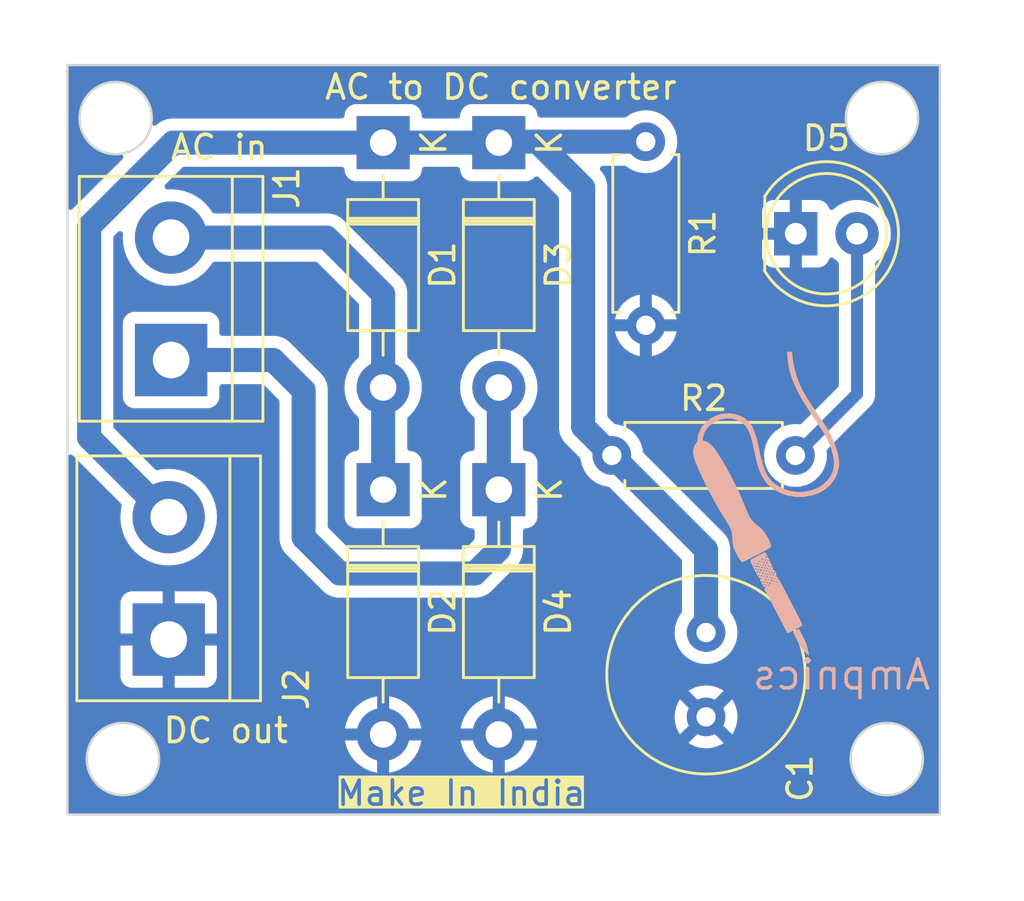
<source format=kicad_pcb>
(kicad_pcb (version 20240108) (generator "pcbnew") (generator_version "8.0")
  (layers (0 "F.Cu" signal) (31 "B.Cu" signal) (34 "B.Paste" user) (35 "F.Paste" user) (36 "B.SilkS" user "B.Silkscreen") (37 "F.SilkS" user "F.Silkscreen") (38 "B.Mask" user) (39 "F.Mask" user) (44 "Edge.Cuts" user))
  (net 0 "")
  (net 1 "/+VE")
  (net 2 "GND")
  (net 3 "Net-(D1-A)")
  (net 4 "Net-(D3-A)")
  (net 5 "Net-(D5-A)")
  (footprint "TerminalBlock:TerminalBlock_bornier-2_P5.08mm" (layer "F.Cu") (at 132.4 87.64 90)
    (property "Reference" "J1" (at 7.14 4.8 90) (layer "F.SilkS"))
    (property "Value" "Screw_Terminal_01x02")
    (fp_line (start 7.62 -3.81) (end -2.54 -3.81) (stroke (width 0.12)) (layer "F.SilkS"))
    (fp_line (start -2.54 -3.81) (end -2.54 3.81) (stroke (width 0.12)) (layer "F.SilkS"))
    (fp_line (start 7.62 2.54) (end -2.54 2.54) (stroke (width 0.12)) (layer "F.SilkS"))
    (fp_line (start 7.62 3.81) (end 7.62 -3.81) (stroke (width 0.12)) (layer "F.SilkS"))
    (fp_line (start -2.54 3.81) (end 7.62 3.81) (stroke (width 0.12)) (layer "F.SilkS"))
    (pad "1" thru_hole rect (at 0 0 90) (size 3 3) (drill 1.52) (layers "*.Cu" "*.Mask") (net 4 "Net-(D3-A)"))
    (pad "2" thru_hole circle (at 5.08 0 90) (size 3 3) (drill 1.52) (layers "*.Cu" "*.Mask") (net 3 "Net-(D1-A)"))
  )
  (footprint "Resistor_THT:R_Axial_DIN0207_L6.3mm_D2.5mm_P7.62mm_Horizontal" (layer "F.Cu") (at 152.1 78.58 -90)
    (property "Reference" "R1" (at 3.81 -2.37 90) (layer "F.SilkS"))
    (property "Value" "10K")
    (fp_line (start 0.54 1.37) (end 7.08 1.37) (stroke (width 0.12)) (layer "F.SilkS"))
    (fp_line (start 7.08 1.37) (end 7.08 1.04) (stroke (width 0.12)) (layer "F.SilkS"))
    (fp_line (start 0.54 1.04) (end 0.54 1.37) (stroke (width 0.12)) (layer "F.SilkS"))
    (fp_line (start 0.54 -1.04) (end 0.54 -1.37) (stroke (width 0.12)) (layer "F.SilkS"))
    (fp_line (start 0.54 -1.37) (end 7.08 -1.37) (stroke (width 0.12)) (layer "F.SilkS"))
    (fp_line (start 7.08 -1.37) (end 7.08 -1.04) (stroke (width 0.12)) (layer "F.SilkS"))
    (pad "1" thru_hole circle (at 0 0 270) (size 1.6 1.6) (drill 0.8) (layers "*.Cu" "*.Mask") (net 1 "/+VE"))
    (pad "2" thru_hole oval (at 7.62 0 270) (size 1.6 1.6) (drill 0.8) (layers "*.Cu" "*.Mask") (net 2 "GND"))
  )
  (footprint "Resistor_THT:R_Axial_DIN0207_L6.3mm_D2.5mm_P7.62mm_Horizontal" (layer "F.Cu") (at 150.69 91.6)
    (property "Reference" "R2" (at 3.81 -2.37 0) (layer "F.SilkS"))
    (property "Value" "2.2K")
    (fp_line (start 0.54 -1.37) (end 7.08 -1.37) (stroke (width 0.12)) (layer "F.SilkS"))
    (fp_line (start 0.54 -1.04) (end 0.54 -1.37) (stroke (width 0.12)) (layer "F.SilkS"))
    (fp_line (start 0.54 1.04) (end 0.54 1.37) (stroke (width 0.12)) (layer "F.SilkS"))
    (fp_line (start 0.54 1.37) (end 7.08 1.37) (stroke (width 0.12)) (layer "F.SilkS"))
    (fp_line (start 7.08 -1.37) (end 7.08 -1.04) (stroke (width 0.12)) (layer "F.SilkS"))
    (fp_line (start 7.08 1.37) (end 7.08 1.04) (stroke (width 0.12)) (layer "F.SilkS"))
    (pad "1" thru_hole circle (at 0 0) (size 1.6 1.6) (drill 0.8) (layers "*.Cu" "*.Mask") (net 1 "/+VE"))
    (pad "2" thru_hole oval (at 7.62 0) (size 1.6 1.6) (drill 0.8) (layers "*.Cu" "*.Mask") (net 5 "Net-(D5-A)"))
  )
  (footprint "LED_THT:LED_D5.0mm" (layer "F.Cu") (at 158.325 82.4)
    (property "Reference" "D5" (at 1.27 -3.96 0) (layer "F.SilkS"))
    (property "Value" "LED")
    (fp_line (start -1.29 -1.545) (end -1.29 1.545) (stroke (width 0.12)) (layer "F.SilkS"))
    (fp_arc (start -1.29 -1.54483) (mid 2.072002 -2.880433) (end 4.26 0.000462) (stroke (width 0.12)) (layer "F.SilkS"))
    (fp_arc (start 4.26 -0.000462) (mid 2.072002 2.880433) (end -1.29 1.54483) (stroke (width 0.12)) (layer "F.SilkS"))
    (fp_circle (center 1.27 0) (end 3.77 0) (stroke (width 0.12)) (fill none) (layer "F.SilkS"))
    (pad "1" thru_hole rect (at 0 0) (size 1.8 1.8) (drill 0.9) (layers "*.Cu" "*.Mask") (net 2 "GND"))
    (pad "2" thru_hole circle (at 2.54 0) (size 1.8 1.8) (drill 0.9) (layers "*.Cu" "*.Mask") (net 5 "Net-(D5-A)"))
  )
  (footprint "Diode_THT:D_DO-41_SOD81_P10.16mm_Horizontal" (layer "F.Cu") (at 146 93.02 -90)
    (property "Reference" "D4" (at 5.08 -2.47 90) (layer "F.SilkS"))
    (property "Value" "1N4007")
    (fp_line (start 2.36 1.47) (end 7.8 1.47) (stroke (width 0.12)) (layer "F.SilkS"))
    (fp_line (start 7.8 1.47) (end 7.8 -1.47) (stroke (width 0.12)) (layer "F.SilkS"))
    (fp_line (start 1.34 0) (end 2.36 0) (stroke (width 0.12)) (layer "F.SilkS"))
    (fp_line (start 8.82 0) (end 7.8 0) (stroke (width 0.12)) (layer "F.SilkS"))
    (fp_line (start 2.36 -1.47) (end 2.36 1.47) (stroke (width 0.12)) (layer "F.SilkS"))
    (fp_line (start 3.14 -1.47) (end 3.14 1.47) (stroke (width 0.12)) (layer "F.SilkS"))
    (fp_line (start 3.26 -1.47) (end 3.26 1.47) (stroke (width 0.12)) (layer "F.SilkS"))
    (fp_line (start 3.38 -1.47) (end 3.38 1.47) (stroke (width 0.12)) (layer "F.SilkS"))
    (fp_line (start 7.8 -1.47) (end 2.36 -1.47) (stroke (width 0.12)) (layer "F.SilkS"))
    (fp_text user "K" (at 0 -2.1 90) (layer "F.SilkS"))
    (pad "1" thru_hole rect (at 0 0 270) (size 2.2 2.2) (drill 1.1) (layers "*.Cu" "*.Mask") (net 4 "Net-(D3-A)"))
    (pad "2" thru_hole oval (at 10.16 0 270) (size 2.2 2.2) (drill 1.1) (layers "*.Cu" "*.Mask") (net 2 "GND"))
  )
  (footprint "Diode_THT:D_DO-41_SOD81_P10.16mm_Horizontal" (layer "F.Cu") (at 146 78.62 -90)
    (property "Reference" "D3" (at 5.08 -2.47 90) (layer "F.SilkS"))
    (property "Value" "1N4007")
    (fp_line (start 2.36 1.47) (end 7.8 1.47) (stroke (width 0.12)) (layer "F.SilkS"))
    (fp_line (start 7.8 1.47) (end 7.8 -1.47) (stroke (width 0.12)) (layer "F.SilkS"))
    (fp_line (start 1.34 0) (end 2.36 0) (stroke (width 0.12)) (layer "F.SilkS"))
    (fp_line (start 8.82 0) (end 7.8 0) (stroke (width 0.12)) (layer "F.SilkS"))
    (fp_line (start 2.36 -1.47) (end 2.36 1.47) (stroke (width 0.12)) (layer "F.SilkS"))
    (fp_line (start 3.14 -1.47) (end 3.14 1.47) (stroke (width 0.12)) (layer "F.SilkS"))
    (fp_line (start 3.26 -1.47) (end 3.26 1.47) (stroke (width 0.12)) (layer "F.SilkS"))
    (fp_line (start 3.38 -1.47) (end 3.38 1.47) (stroke (width 0.12)) (layer "F.SilkS"))
    (fp_line (start 7.8 -1.47) (end 2.36 -1.47) (stroke (width 0.12)) (layer "F.SilkS"))
    (fp_text user "K" (at 0 -2.1 90) (layer "F.SilkS"))
    (pad "1" thru_hole rect (at 0 0 270) (size 2.2 2.2) (drill 1.1) (layers "*.Cu" "*.Mask") (net 1 "/+VE"))
    (pad "2" thru_hole oval (at 10.16 0 270) (size 2.2 2.2) (drill 1.1) (layers "*.Cu" "*.Mask") (net 4 "Net-(D3-A)"))
  )
  (footprint "Capacitor_THT:C_Radial_D8.0mm_H11.5mm_P3.50mm" (layer "F.Cu") (at 154.6 98.95 -90)
    (property "Reference" "C1" (at 6.05 -3.9 90) (layer "F.SilkS"))
    (property "Value" "1000uF")
    (fp_circle (center 1.75 0) (end 5.87 0) (stroke (width 0.12)) (fill none) (layer "F.SilkS"))
    (pad "1" thru_hole circle (at 0 0 270) (size 1.6 1.6) (drill 0.8) (layers "*.Cu" "*.Mask") (net 1 "/+VE"))
    (pad "2" thru_hole circle (at 3.5 0 270) (size 1.6 1.6) (drill 0.8) (layers "*.Cu" "*.Mask") (net 2 "GND"))
  )
  (footprint "TerminalBlock:TerminalBlock_bornier-2_P5.08mm" (layer "F.Cu") (at 132.3 99.24 90)
    (property "Reference" "J2" (at -2.06 5.3 90) (layer "F.SilkS"))
    (property "Value" "Screw_Terminal_01x02")
    (fp_line (start 7.62 -3.81) (end -2.54 -3.81) (stroke (width 0.12)) (layer "F.SilkS"))
    (fp_line (start -2.54 -3.81) (end -2.54 3.81) (stroke (width 0.12)) (layer "F.SilkS"))
    (fp_line (start 7.62 2.54) (end -2.54 2.54) (stroke (width 0.12)) (layer "F.SilkS"))
    (fp_line (start 7.62 3.81) (end 7.62 -3.81) (stroke (width 0.12)) (layer "F.SilkS"))
    (fp_line (start -2.54 3.81) (end 7.62 3.81) (stroke (width 0.12)) (layer "F.SilkS"))
    (pad "1" thru_hole rect (at 0 0 90) (size 3 3) (drill 1.52) (layers "*.Cu" "*.Mask") (net 2 "GND"))
    (pad "2" thru_hole circle (at 5.08 0 90) (size 3 3) (drill 1.52) (layers "*.Cu" "*.Mask") (net 1 "/+VE"))
  )
  (footprint "Diode_THT:D_DO-41_SOD81_P10.16mm_Horizontal" (layer "F.Cu") (at 141.2 93.02 -90)
    (property "Reference" "D2" (at 5.08 -2.47 90) (layer "F.SilkS"))
    (property "Value" "1N4007")
    (fp_line (start 2.36 1.47) (end 7.8 1.47) (stroke (width 0.12)) (layer "F.SilkS"))
    (fp_line (start 7.8 1.47) (end 7.8 -1.47) (stroke (width 0.12)) (layer "F.SilkS"))
    (fp_line (start 1.34 0) (end 2.36 0) (stroke (width 0.12)) (layer "F.SilkS"))
    (fp_line (start 8.82 0) (end 7.8 0) (stroke (width 0.12)) (layer "F.SilkS"))
    (fp_line (start 2.36 -1.47) (end 2.36 1.47) (stroke (width 0.12)) (layer "F.SilkS"))
    (fp_line (start 3.14 -1.47) (end 3.14 1.47) (stroke (width 0.12)) (layer "F.SilkS"))
    (fp_line (start 3.26 -1.47) (end 3.26 1.47) (stroke (width 0.12)) (layer "F.SilkS"))
    (fp_line (start 3.38 -1.47) (end 3.38 1.47) (stroke (width 0.12)) (layer "F.SilkS"))
    (fp_line (start 7.8 -1.47) (end 2.36 -1.47) (stroke (width 0.12)) (layer "F.SilkS"))
    (fp_text user "K" (at 0 -2.1 90) (layer "F.SilkS"))
    (pad "1" thru_hole rect (at 0 0 270) (size 2.2 2.2) (drill 1.1) (layers "*.Cu" "*.Mask") (net 3 "Net-(D1-A)"))
    (pad "2" thru_hole oval (at 10.16 0 270) (size 2.2 2.2) (drill 1.1) (layers "*.Cu" "*.Mask") (net 2 "GND"))
  )
  (footprint "Diode_THT:D_DO-41_SOD81_P10.16mm_Horizontal" (layer "F.Cu") (at 141.2 78.62 -90)
    (property "Reference" "D1" (at 5.08 -2.47 90) (layer "F.SilkS"))
    (property "Value" "1N4007")
    (fp_line (start 2.36 1.47) (end 7.8 1.47) (stroke (width 0.12)) (layer "F.SilkS"))
    (fp_line (start 7.8 1.47) (end 7.8 -1.47) (stroke (width 0.12)) (layer "F.SilkS"))
    (fp_line (start 1.34 0) (end 2.36 0) (stroke (width 0.12)) (layer "F.SilkS"))
    (fp_line (start 8.82 0) (end 7.8 0) (stroke (width 0.12)) (layer "F.SilkS"))
    (fp_line (start 2.36 -1.47) (end 2.36 1.47) (stroke (width 0.12)) (layer "F.SilkS"))
    (fp_line (start 3.14 -1.47) (end 3.14 1.47) (stroke (width 0.12)) (layer "F.SilkS"))
    (fp_line (start 3.26 -1.47) (end 3.26 1.47) (stroke (width 0.12)) (layer "F.SilkS"))
    (fp_line (start 3.38 -1.47) (end 3.38 1.47) (stroke (width 0.12)) (layer "F.SilkS"))
    (fp_line (start 7.8 -1.47) (end 2.36 -1.47) (stroke (width 0.12)) (layer "F.SilkS"))
    (fp_text user "K" (at 0 -2.1 90) (layer "F.SilkS"))
    (pad "1" thru_hole rect (at 0 0 270) (size 2.2 2.2) (drill 1.1) (layers "*.Cu" "*.Mask") (net 1 "/+VE"))
    (pad "2" thru_hole oval (at 10.16 0 270) (size 2.2 2.2) (drill 1.1) (layers "*.Cu" "*.Mask") (net 3 "Net-(D1-A)"))
  )
  (footprint "ampnicslogo.preety:ampnics_15x15mm" (layer "B.Cu") (at 157.1 93.6 180)
    (property "Reference" "G***" (hide yes))
    (property "Value" "LOGO" (hide yes))
    (fp_poly (pts (xy -1.335164 -5.205108) (xy -1.277189 -5.231063) (xy -1.207475 -5.266969) (xy -1.145942 -5.302428) (xy -1.112508 -5.327043) (xy -1.110875 -5.330306) (xy -1.123628 -5.361357) (xy -1.158363 -5.434943) (xy -1.209793 -5.540101) (xy -1.272632 -5.665867) (xy -1.273437 -5.667462) (xy -1.37322 -5.8526) (xy -1.466623 -5.996087) (xy -1.564435 -6.113811) (xy -1.603697 -6.15382) (xy -1.681965 -6.228218) (xy -1.740728 -6.279898) (xy -1.7699 -6.300124) (xy -1.771395 -6.299074) (xy -1.766115 -6.262545) (xy -1.75213 -6.182804) (xy -1.732219 -6.075576) (xy -1.727477 -6.050683) (xy -1.676285 -5.859428) (xy -1.590289 -5.6479) (xy -1.524817 -5.515122) (xy -1.461699 -5.393382) (xy -1.40964 -5.292858) (xy -1.374318 -5.224523) (xy -1.36148 -5.199501)) (fill solid) (layer "B.SilkS"))
    (fp_poly (pts (xy -0.879763 6.042258) (xy -0.911889 5.764561) (xy -0.971832 5.483744) (xy -1.061938 5.194682) (xy -1.184556 4.892252) (xy -1.342033 4.57133) (xy -1.536716 4.226792) (xy -1.770954 3.853512) (xy -2.047093 3.446368) (xy -2.109939 3.357054) (xy -2.354805 2.983969) (xy -2.546893 2.631681) (xy -2.685945 2.301053) (xy -2.771702 1.992948) (xy -2.803907 1.708228) (xy -2.782301 1.447755) (xy -2.733391 1.276005) (xy -2.648751 1.116834) (xy -2.521407 0.955825) (xy -2.36621 0.808256) (xy -2.198013 0.689407) (xy -2.126154 0.651297) (xy -1.848268 0.548383) (xy -1.562415 0.49496) (xy -1.276054 0.488807) (xy -0.996644 0.527701) (xy -0.731645 0.609421) (xy -0.488516 0.731746) (xy -0.274716 0.892455) (xy -0.097704 1.089325) (xy 0.021851 1.291017) (xy 0.082519 1.442763) (xy 0.146436 1.643609) (xy 0.210687 1.882925) (xy 0.272357 2.150081) (xy 0.314124 2.356856) (xy 0.367368 2.596314) (xy 0.432976 2.827048) (xy 0.505798 3.033204) (xy 0.580685 3.198928) (xy 0.597486 3.229358) (xy 0.736542 3.412773) (xy 0.914637 3.558235) (xy 1.122955 3.664063) (xy 1.352681 3.728579) (xy 1.594999 3.750101) (xy 1.841094 3.726949) (xy 2.082151 3.657442) (xy 2.290399 3.552054) (xy 2.473795 3.412341) (xy 2.629017 3.245783) (xy 2.748726 3.063523) (xy 2.82558 2.876705) (xy 2.852246 2.699145) (xy 2.864015 2.586787) (xy 2.897699 2.521667) (xy 2.89892 2.520626) (xy 2.978834 2.418895) (xy 3.028545 2.280878) (xy 3.043398 2.124625) (xy 3.030073 2.011775) (xy 2.990955 1.87488) (xy 2.924959 1.694528) (xy 2.836018 1.478802) (xy 2.728062 1.235785) (xy 2.605024 0.973561) (xy 2.470836 0.700214) (xy 2.32943 0.423827) (xy 2.184736 0.152483) (xy 2.040687 -0.105734) (xy 1.901215 -0.34274) (xy 1.825194 -0.465366) (xy 1.703804 -0.657127) (xy 1.610376 -0.80746) (xy 1.540976 -0.925815) (xy 1.49167 -1.021638) (xy 1.458523 -1.104376) (xy 1.437599 -1.183479) (xy 1.424966 -1.268392) (xy 1.416686 -1.368565) (xy 1.410925 -1.460069) (xy 1.400209 -1.611457) (xy 1.386886 -1.722324) (xy 1.366002 -1.81215) (xy 1.332599 -1.900414) (xy 1.281721 -2.006597) (xy 1.261967 -2.04553) (xy 1.178502 -2.1995) (xy 1.103308 -2.319693) (xy 1.041198 -2.399203) (xy 0.996986 -2.43112) (xy 0.993052 -2.431422) (xy 0.961683 -2.418311) (xy 0.886485 -2.382466) (xy 0.777045 -2.328582) (xy 0.64295 -2.261356) (xy 0.561201 -2.219905) (xy 0.342411 -2.108152) (xy 0.171275 -2.019656) (xy 0.04167 -1.950953) (xy -0.052525 -1.898582) (xy -0.117432 -1.859078) (xy -0.159173 -1.828981) (xy -0.183869 -1.804827) (xy -0.191624 -1.794077) (xy -0.197828 -1.734458) (xy -0.172445 -1.639661) (xy -0.12188 -1.521012) (xy -0.052535 -1.389835) (xy 0.029186 -1.257456) (xy 0.116879 -1.1352) (xy 0.204141 -1.034391) (xy 0.271298 -0.975377) (xy 0.393104 -0.883665) (xy 0.493738 -0.795568) (xy 0.579339 -0.701789) (xy 0.656048 -0.593028) (xy 0.730007 -0.459988) (xy 0.807356 -0.29337) (xy 0.894236 -0.083876) (xy 0.945197 0.045036) (xy 1.012705 0.206727) (xy 1.102001 0.404664) (xy 1.207071 0.62687) (xy 1.321903 0.861369) (xy 1.440483 1.096184) (xy 1.556797 1.319338) (xy 1.664832 1.518854) (xy 1.758574 1.682756) (xy 1.806934 1.761322) (xy 1.883752 1.882788) (xy 1.960645 2.007449) (xy 2.021512 2.109185) (xy 2.023673 2.112902) (xy 2.131339 2.272749) (xy 2.253148 2.411046) (xy 2.379325 2.519324) (xy 2.500098 2.589115) (xy 2.599686 2.612057) (xy 2.630309 2.621708) (xy 2.638731 2.660665) (xy 2.630047 2.735303) (xy 2.568369 2.93739) (xy 2.454836 3.122581) (xy 2.296934 3.283152) (xy 2.102151 3.41138) (xy 1.893546 3.495105) (xy 1.653806 3.537816) (xy 1.421555 3.527043) (xy 1.204925 3.465641) (xy 1.012048 3.356468) (xy 0.851056 3.202381) (xy 0.782149 3.10465) (xy 0.709805 2.956488) (xy 0.637965 2.751125) (xy 0.567476 2.491409) (xy 0.499183 2.180184) (xy 0.483668 2.100525) (xy 0.407838 1.754158) (xy 0.321254 1.460523) (xy 0.220889 1.212806) (xy 0.103719 1.004191) (xy -0.03328 0.827863) (xy -0.119872 0.740605) (xy -0.361459 0.556645) (xy -0.635681 0.417105) (xy -0.933297 0.323368) (xy -1.245065 0.276818) (xy -1.561743 0.27884) (xy -1.87409 0.330818) (xy -2.171108 0.433352) (xy -2.432598 0.579882) (xy -2.650462 0.76451) (xy -2.821747 0.983166) (xy -2.943499 1.231784) (xy -3.012767 1.506296) (xy -3.024126 1.608553) (xy -3.01867 1.819267) (xy -2.975889 2.063144) (xy -2.89961 2.329614) (xy -2.793656 2.608108) (xy -2.661853 2.888056) (xy -2.508025 3.158889) (xy -2.408238 3.31048) (xy -2.19421 3.619592) (xy -2.012341 3.886939) (xy -1.858829 4.118847) (xy -1.729871 4.321638) (xy -1.621664 4.501635) (xy -1.530405 4.665164) (xy -1.452294 4.818548) (xy -1.383526 4.96811) (xy -1.320754 5.119031) (xy -1.270388 5.263082) (xy -1.219417 5.438611) (xy -1.171516 5.629387) (xy -1.130362 5.819179) (xy -1.09963 5.991754) (xy -1.082995 6.13088) (xy -1.081089 6.177364) (xy -1.078362 6.257351) (xy -1.060936 6.294107) (xy -1.014346 6.304446) (xy -0.971325 6.304965) (xy -0.861798 6.304965)) (fill solid) (layer "B.SilkS"))
    (fp_poly (pts (xy 0.077311 -2.024187) (xy 0.154418 -2.058786) (xy 0.271236 -2.117809) (xy 0.421726 -2.198271) (xy 0.500843 -2.241798) (xy 0.570999 -2.279149) (xy 0.621069 -2.308435) (xy 0.650313 -2.338511) (xy 0.65799 -2.378234) (xy 0.643359 -2.436458) (xy 0.605682 -2.522041) (xy 0.544218 -2.643838) (xy 0.458226 -2.810705) (xy 0.452333 -2.822222) (xy 0.389084 -2.940987) (xy 0.335247 -3.032852) (xy 0.296431 -3.088876) (xy 0.27825 -3.100121) (xy 0.278109 -3.099753) (xy 0.248682 -3.076532) (xy 0.234419 -3.080989) (xy 0.225597 -3.108618) (xy 0.244144 -3.124903) (xy 0.261143 -3.1499) (xy 0.252385 -3.197175) (xy 0.214798 -3.278654) (xy 0.194808 -3.31645) (xy 0.139228 -3.407128) (xy 0.092459 -3.460049) (xy 0.067553 -3.468819) (xy 0.03364 -3.471201) (xy 0.030023 -3.481182) (xy 0.053725 -3.513859) (xy 0.067553 -3.520393) (xy 0.089427 -3.542677) (xy 0.07121 -3.575436) (xy 0.048091 -3.613626) (xy 0.002146 -3.697039) (xy -0.062211 -3.817385) (xy -0.140567 -3.966374) (xy -0.228508 -4.135715) (xy -0.271046 -4.218321) (xy -0.416228 -4.500655) (xy -0.53663 -4.733876) (xy -0.634643 -4.922422) (xy -0.712656 -5.070728) (xy -0.773059 -5.183233) (xy -0.818242 -5.264371) (xy -0.850595 -5.318582) (xy -0.872507 -5.3503) (xy -0.886368 -5.363963) (xy -0.888699 -5.365028) (xy -0.931296 -5.358067) (xy -0.998831 -5.329294) (xy -1.005792 -5.325637) (xy -1.077918 -5.287778) (xy -1.181617 -5.234226) (xy -1.294858 -5.176356) (xy -1.298523 -5.174494) (xy -1.395589 -5.121316) (xy -1.467299 -5.074647) (xy -1.500361 -5.043307) (xy -1.501182 -5.040052) (xy -1.487931 -5.004702) (xy -1.451028 -4.924948) (xy -1.394748 -4.809546) (xy -1.323367 -4.667247) (xy -1.24116 -4.506809) (xy -1.234186 -4.493342) (xy -1.126739 -4.285776) (xy -1.006011 -4.05218) (xy -0.883559 -3.814937) (xy -0.770939 -3.596429) (xy -0.717936 -3.493434) (xy -0.664812 -3.392671) (xy -0.135107 -3.392671) (xy -0.132726 -3.420337) (xy -0.121867 -3.422695) (xy -0.091293 -3.4009) (xy -0.090071 -3.392671) (xy -0.094145 -3.381041) (xy -0.019703 -3.381041) (xy -0.015012 -3.392671) (xy 0.011967 -3.421313) (xy 0.016783 -3.422695) (xy 0.029679 -3.399466) (xy 0.030023 -3.392671) (xy 0.006943 -3.363801) (xy -0.001772 -3.362647) (xy 0.090071 -3.362647) (xy 0.100314 -3.39189) (xy 0.103311 -3.392671) (xy 0.128944 -3.371632) (xy 0.135106 -3.362647) (xy 0.132726 -3.334981) (xy 0.121866 -3.332624) (xy 0.091292 -3.354418) (xy 0.090071 -3.362647) (xy -0.001772 -3.362647) (xy -0.019703 -3.381041) (xy -0.094145 -3.381041) (xy -0.100315 -3.363428) (xy -0.103311 -3.362647) (xy -0.128944 -3.383686) (xy -0.135107 -3.392671) (xy -0.664812 -3.392671) (xy -0.622601 -3.312608) (xy -0.290229 -3.312608) (xy -0.286108 -3.330457) (xy -0.270213 -3.332624) (xy -0.2455 -3.321639) (xy -0.250197 -3.312608) (xy -0.285828 -3.309015) (xy -0.290229 -3.312608) (xy -0.622601 -3.312608) (xy -0.617324 -3.3026) (xy -0.180142 -3.3026) (xy -0.157295 -3.331751) (xy -0.150119 -3.332624) (xy -0.120967 -3.309777) (xy -0.120095 -3.3026) (xy -0.142942 -3.273449) (xy -0.150119 -3.272576) (xy -0.075059 -3.272576) (xy -0.072679 -3.300243) (xy -0.06182 -3.3026) (xy -0.031246 -3.280806) (xy -0.030024 -3.272576) (xy -0.040268 -3.243333) (xy -0.043264 -3.242553) (xy 0.045035 -3.242553) (xy 0.047416 -3.270219) (xy 0.058275 -3.272576) (xy 0.088849 -3.250782) (xy 0.090071 -3.242553) (xy 0.150118 -3.242553) (xy 0.172965 -3.271704) (xy 0.180142 -3.272576) (xy 0.209293 -3.249729) (xy 0.210165 -3.242553) (xy 0.187318 -3.213402) (xy 0.180142 -3.212529) (xy 0.15099 -3.235376) (xy 0.150118 -3.242553) (xy 0.090071 -3.242553) (xy 0.079827 -3.21331) (xy 0.076831 -3.212529) (xy 0.051197 -3.233568) (xy 0.045035 -3.242553) (xy -0.043264 -3.242553) (xy -0.068897 -3.263592) (xy -0.075059 -3.272576) (xy -0.150119 -3.272576) (xy -0.17927 -3.295424) (xy -0.180142 -3.3026) (xy -0.617324 -3.3026) (xy -0.612384 -3.29323) (xy -0.582596 -3.240781) (xy -0.450355 -3.240781) (xy -0.42856 -3.271355) (xy -0.420331 -3.272576) (xy -0.391088 -3.262333) (xy -0.390308 -3.259337) (xy -0.411346 -3.233703) (xy -0.420331 -3.227541) (xy -0.447998 -3.229921) (xy -0.450355 -3.240781) (xy -0.582596 -3.240781) (xy -0.565544 -3.210757) (xy -0.33026 -3.210757) (xy -0.308466 -3.241331) (xy -0.300237 -3.242553) (xy -0.270994 -3.232309) (xy -0.270213 -3.229313) (xy -0.291252 -3.20368) (xy -0.300237 -3.197517) (xy -0.327903 -3.199898) (xy -0.33026 -3.210757) (xy -0.565544 -3.210757) (xy -0.549499 -3.182506) (xy -0.240189 -3.182506) (xy -0.217342 -3.211657) (xy -0.210166 -3.212529) (xy -0.181015 -3.189682) (xy -0.180142 -3.182506) (xy -0.195829 -3.16249) (xy -0.110087 -3.16249) (xy -0.105966 -3.180339) (xy -0.090071 -3.182506) (xy -0.065358 -3.17152) (xy -0.070055 -3.16249) (xy -0.105687 -3.158897) (xy -0.110087 -3.16249) (xy -0.195829 -3.16249) (xy -0.202989 -3.153354) (xy -0.210166 -3.152482) (xy 0 -3.152482) (xy 0.010243 -3.181725) (xy 0.01324 -3.182506) (xy 0.038873 -3.161467) (xy 0.045035 -3.152482) (xy 0.042655 -3.124816) (xy 0.031795 -3.122458) (xy 0.120094 -3.122458) (xy 0.131079 -3.147171) (xy 0.14011 -3.142474) (xy 0.143703 -3.106843) (xy 0.14011 -3.102443) (xy 0.122261 -3.106564) (xy 0.120094 -3.122458) (xy 0.031795 -3.122458) (xy 0.001222 -3.144253) (xy 0 -3.152482) (xy -0.210166 -3.152482) (xy -0.239317 -3.175329) (xy -0.240189 -3.182506) (xy -0.549499 -3.182506) (xy -0.530002 -3.148175) (xy -0.513063 -3.122458) (xy -0.49539 -3.122458) (xy -0.49301 -3.150125) (xy -0.48215 -3.152482) (xy -0.451577 -3.130687) (xy -0.450355 -3.122458) (xy -0.457366 -3.102443) (xy -0.3803 -3.102443) (xy -0.376178 -3.120292) (xy -0.360284 -3.122458) (xy -0.335571 -3.111473) (xy -0.340268 -3.102443) (xy -0.375899 -3.098849) (xy -0.3803 -3.102443) (xy -0.457366 -3.102443) (xy -0.460599 -3.093215) (xy -0.463595 -3.092435) (xy -0.270213 -3.092435) (xy -0.259969 -3.121678) (xy -0.256973 -3.122458) (xy -0.23134 -3.10142) (xy -0.225178 -3.092435) (xy -0.227558 -3.064768) (xy -0.238418 -3.062411) (xy -0.16513 -3.062411) (xy -0.16275 -3.090077) (xy -0.15189 -3.092435) (xy -0.121317 -3.07064) (xy -0.120095 -3.062411) (xy -0.130339 -3.033168) (xy -0.133335 -3.032387) (xy -0.060048 -3.032387) (xy -0.0372 -3.061539) (xy -0.030024 -3.062411) (xy -0.000873 -3.039564) (xy 0 -3.032387) (xy -0.015687 -3.012372) (xy 0.070055 -3.012372) (xy 0.074176 -3.030221) (xy 0.090071 -3.032387) (xy 0.114783 -3.021402) (xy 0.110086 -3.012372) (xy 0.074455 -3.008778) (xy 0.070055 -3.012372) (xy -0.015687 -3.012372) (xy -0.022848 -3.003236) (xy -0.030024 -3.002364) (xy -0.059175 -3.025211) (xy -0.060048 -3.032387) (xy -0.133335 -3.032387) (xy -0.158968 -3.053426) (xy -0.16513 -3.062411) (xy -0.238418 -3.062411) (xy -0.268991 -3.084206) (xy -0.270213 -3.092435) (xy -0.463595 -3.092435) (xy -0.489228 -3.113473) (xy -0.49539 -3.122458) (xy -0.513063 -3.122458) (xy -0.470825 -3.05833) (xy -0.434892 -3.023756) (xy -0.429495 -3.023774) (xy -0.394647 -3.019067) (xy -0.390308 -3.005576) (xy -0.411727 -2.973886) (xy -0.420942 -2.97234) (xy -0.315249 -2.97234) (xy -0.312868 -3.000006) (xy -0.302009 -3.002364) (xy -0.278464 -2.98558) (xy 0.180142 -2.98558) (xy 0.190036 -3.028959) (xy 0.216033 -3.015955) (xy 0.223895 -3.004438) (xy 0.22013 -2.965878) (xy 0.214192 -2.96071) (xy 0.280533 -2.96071) (xy 0.285224 -2.97234) (xy 0.312204 -3.000982) (xy 0.31702 -3.002364) (xy 0.329915 -2.979135) (xy 0.33026 -2.97234) (xy 0.307179 -2.94347) (xy 0.298464 -2.942316) (xy 0.280533 -2.96071) (xy 0.214192 -2.96071) (xy 0.210655 -2.957631) (xy 0.184545 -2.964154) (xy 0.180142 -2.98558) (xy -0.278464 -2.98558) (xy -0.271435 -2.980569) (xy -0.270213 -2.97234) (xy -0.280457 -2.943097) (xy -0.283453 -2.942316) (xy -0.210166 -2.942316) (xy -0.187319 -2.971468) (xy -0.180142 -2.97234) (xy -0.150991 -2.949493) (xy -0.150119 -2.942316) (xy -0.090071 -2.942316) (xy -0.079828 -2.97156) (xy -0.076831 -2.97234) (xy -0.051198 -2.951301) (xy -0.045036 -2.942316) (xy -0.047416 -2.91465) (xy -0.058276 -2.912293) (xy 0.030023 -2.912293) (xy 0.040267 -2.941536) (xy 0.043263 -2.942316) (xy 0.068896 -2.921278) (xy 0.075059 -2.912293) (xy 0.072678 -2.884627) (xy 0.061819 -2.882269) (xy 0.120094 -2.882269) (xy 0.142941 -2.91142) (xy 0.150118 -2.912293) (xy 0.179269 -2.889446) (xy 0.180142 -2.882269) (xy 0.157294 -2.853118) (xy 0.150118 -2.852246) (xy 0.255201 -2.852246) (xy 0.257581 -2.879912) (xy 0.268441 -2.882269) (xy 0.299014 -2.860475) (xy 0.300236 -2.852246) (xy 0.294357 -2.835462) (xy 0.360283 -2.835462) (xy 0.370178 -2.878841) (xy 0.396175 -2.865837) (xy 0.404037 -2.85432) (xy 0.400272 -2.81576) (xy 0.390797 -2.807513) (xy 0.364687 -2.814036) (xy 0.360283 -2.835462) (xy 0.294357 -2.835462) (xy 0.289992 -2.823002) (xy 0.286996 -2.822222) (xy 0.261363 -2.843261) (xy 0.255201 -2.852246) (xy 0.150118 -2.852246) (xy 0.120967 -2.875093) (xy 0.120094 -2.882269) (xy 0.061819 -2.882269) (xy 0.031245 -2.904064) (xy 0.030023 -2.912293) (xy -0.058276 -2.912293) (xy -0.088849 -2.934087) (xy -0.090071 -2.942316) (xy -0.150119 -2.942316) (xy -0.172966 -2.913165) (xy -0.180142 -2.912293) (xy -0.209293 -2.93514) (xy -0.210166 -2.942316) (xy -0.283453 -2.942316) (xy -0.309086 -2.963355) (xy -0.315249 -2.97234) (xy -0.420942 -2.97234) (xy -0.427186 -2.948954) (xy -0.407943 -2.889711) (xy -0.404448 -2.882269) (xy -0.360284 -2.882269) (xy -0.337437 -2.91142) (xy -0.33026 -2.912293) (xy -0.301109 -2.889446) (xy -0.300237 -2.882269) (xy -0.323084 -2.853118) (xy -0.33026 -2.852246) (xy -0.270213 -2.852246) (xy -0.247366 -2.881397) (xy -0.240189 -2.882269) (xy -0.211038 -2.859422) (xy -0.210166 -2.852246) (xy -0.233013 -2.823094) (xy -0.240189 -2.822222) (xy -0.135107 -2.822222) (xy -0.132726 -2.849888) (xy -0.121867 -2.852246) (xy -0.091293 -2.830451) (xy -0.090071 -2.822222) (xy -0.100315 -2.792979) (xy -0.103311 -2.792198) (xy -0.030024 -2.792198) (xy -0.007177 -2.821349) (xy 0 -2.822222) (xy 0.029151 -2.799375) (xy 0.030023 -2.792198) (xy 0.007176 -2.763047) (xy 0 -2.762175) (xy -0.029152 -2.785022) (xy -0.030024 -2.792198) (xy -0.103311 -2.792198) (xy -0.128944 -2.813237) (xy -0.135107 -2.822222) (xy -0.240189 -2.822222) (xy -0.269341 -2.845069) (xy -0.270213 -2.852246) (xy -0.33026 -2.852246) (xy -0.359412 -2.875093) (xy -0.360284 -2.882269) (xy -0.404448 -2.882269) (xy -0.39081 -2.853229) (xy -0.343049 -2.775953) (xy -0.319079 -2.760403) (xy 0.090071 -2.760403) (xy 0.111865 -2.790976) (xy 0.120094 -2.792198) (xy 0.149337 -2.781955) (xy 0.150118 -2.778958) (xy 0.129079 -2.753325) (xy 0.120094 -2.747163) (xy 0.092428 -2.749543) (xy 0.090071 -2.760403) (xy -0.319079 -2.760403) (xy -0.300634 -2.748437) (xy -0.277611 -2.750979) (xy -0.243765 -2.759066) (xy -0.257576 -2.746273) (xy 0.192749 -2.746273) (xy 0.195153 -2.762175) (xy 0.220834 -2.790785) (xy 0.225177 -2.792198) (xy 0.249047 -2.771258) (xy 0.255201 -2.762175) (xy 0.248071 -2.736739) (xy 0.225177 -2.732151) (xy 0.300236 -2.732151) (xy 0.323083 -2.761302) (xy 0.33026 -2.762175) (xy 0.359411 -2.739327) (xy 0.360283 -2.732151) (xy 0.337436 -2.703) (xy 0.33026 -2.702127) (xy 0.420331 -2.702127) (xy 0.443178 -2.731279) (xy 0.450354 -2.732151) (xy 0.479505 -2.709304) (xy 0.480378 -2.702127) (xy 0.457531 -2.672976) (xy 0.450354 -2.672104) (xy 0.421203 -2.694951) (xy 0.420331 -2.702127) (xy 0.33026 -2.702127) (xy 0.301109 -2.724975) (xy 0.300236 -2.732151) (xy 0.225177 -2.732151) (xy 0.192749 -2.746273) (xy -0.257576 -2.746273) (xy -0.263405 -2.740873) (xy -0.269606 -2.736453) (xy -0.284455 -2.71593) (xy -0.284297 -2.712135) (xy -0.170134 -2.712135) (xy -0.166013 -2.729984) (xy -0.150119 -2.732151) (xy -0.125406 -2.721166) (xy -0.130103 -2.712135) (xy -0.165734 -2.708542) (xy -0.170134 -2.712135) (xy -0.284297 -2.712135) (xy -0.283398 -2.690497) (xy -0.079751 -2.690497) (xy -0.075059 -2.702127) (xy -0.04808 -2.730769) (xy -0.043264 -2.732151) (xy -0.030368 -2.708922) (xy -0.030024 -2.702127) (xy -0.053105 -2.673257) (xy -0.06182 -2.672104) (xy 0.030023 -2.672104) (xy 0.052871 -2.701255) (xy 0.060047 -2.702127) (xy 0.089198 -2.67928) (xy 0.090071 -2.672104) (xy 0.067223 -2.642953) (xy 0.060047 -2.64208) (xy 0.150118 -2.64208) (xy 0.172965 -2.671231) (xy 0.180142 -2.672104) (xy 0.209293 -2.649256) (xy 0.210165 -2.64208) (xy 0.187318 -2.612929) (xy 0.180142 -2.612056) (xy 0.15099 -2.634904) (xy 0.150118 -2.64208) (xy 0.060047 -2.64208) (xy 0.030896 -2.664927) (xy 0.030023 -2.672104) (xy -0.06182 -2.672104) (xy -0.079751 -2.690497) (xy -0.283398 -2.690497) (xy -0.282942 -2.67952) (xy -0.261928 -2.618368) (xy -0.25902 -2.612056) (xy -0.240189 -2.612056) (xy -0.217342 -2.641208) (xy -0.210166 -2.64208) (xy -0.181015 -2.619233) (xy -0.180142 -2.612056) (xy -0.202989 -2.582905) (xy -0.210166 -2.582033) (xy -0.239317 -2.60488) (xy -0.240189 -2.612056) (xy -0.25902 -2.612056) (xy -0.24437 -2.580261) (xy -0.120095 -2.580261) (xy -0.0983 -2.610835) (xy -0.090071 -2.612056) (xy -0.085012 -2.610284) (xy 0.270212 -2.610284) (xy 0.292007 -2.640858) (xy 0.300236 -2.64208) (xy 0.329479 -2.631836) (xy 0.33026 -2.62884) (xy 0.310738 -2.605055) (xy 0.372868 -2.605055) (xy 0.37688 -2.614621) (xy 0.413329 -2.629496) (xy 0.422895 -2.625483) (xy 0.43777 -2.589034) (xy 0.434834 -2.582033) (xy 0.480378 -2.582033) (xy 0.503225 -2.611184) (xy 0.510402 -2.612056) (xy 0.539553 -2.589209) (xy 0.540425 -2.582033) (xy 0.517578 -2.552882) (xy 0.510402 -2.552009) (xy 0.48125 -2.574856) (xy 0.480378 -2.582033) (xy 0.434834 -2.582033) (xy 0.433758 -2.579468) (xy 0.397308 -2.564593) (xy 0.387743 -2.568606) (xy 0.372868 -2.605055) (xy 0.310738 -2.605055) (xy 0.309221 -2.603207) (xy 0.300236 -2.597045) (xy 0.27257 -2.599425) (xy 0.270212 -2.610284) (xy -0.085012 -2.610284) (xy -0.060828 -2.601813) (xy -0.060048 -2.598816) (xy -0.081086 -2.573183) (xy -0.090071 -2.567021) (xy -0.117738 -2.569401) (xy -0.120095 -2.580261) (xy -0.24437 -2.580261) (xy -0.230536 -2.550237) (xy 0 -2.550237) (xy 0.021794 -2.580811) (xy 0.030023 -2.582033) (xy 0.059266 -2.571789) (xy 0.060047 -2.568793) (xy 0.039008 -2.54316) (xy 0.034954 -2.540379) (xy 0.100391 -2.540379) (xy 0.105082 -2.552009) (xy 0.132062 -2.580651) (xy 0.136878 -2.582033) (xy 0.149774 -2.558804) (xy 0.150118 -2.552009) (xy 0.127037 -2.523139) (xy 0.118322 -2.521985) (xy 0.240189 -2.521985) (xy 0.251174 -2.546698) (xy 0.260205 -2.542001) (xy 0.263798 -2.50637) (xy 0.260205 -2.50197) (xy 0.242356 -2.506091) (xy 0.240189 -2.521985) (xy 0.118322 -2.521985) (xy 0.100391 -2.540379) (xy 0.034954 -2.540379) (xy 0.030023 -2.536997) (xy 0.002357 -2.539378) (xy 0 -2.550237) (xy -0.230536 -2.550237) (xy -0.218274 -2.523623) (xy -0.20225 -2.491962) (xy -0.150119 -2.491962) (xy -0.139133 -2.516675) (xy -0.130103 -2.511978) (xy -0.12651 -2.476347) (xy -0.130103 -2.471946) (xy -0.147952 -2.476067) (xy -0.150119 -2.491962) (xy -0.20225 -2.491962) (xy -0.187054 -2.461938) (xy -0.060048 -2.461938) (xy -0.0372 -2.491089) (xy -0.030024 -2.491962) (xy 0.33026 -2.491962) (xy 0.353107 -2.521113) (xy 0.360283 -2.521985) (xy 0.389435 -2.499138) (xy 0.390307 -2.491962) (xy 0.36746 -2.462811) (xy 0.360283 -2.461938) (xy 0.331132 -2.484785) (xy 0.33026 -2.491962) (xy -0.030024 -2.491962) (xy -0.000873 -2.469115) (xy 0 -2.461938) (xy -0.022848 -2.432787) (xy -0.030024 -2.431915) (xy 0.060047 -2.431915) (xy 0.082894 -2.461066) (xy 0.090071 -2.461938) (xy 0.092332 -2.460166) (xy 0.450354 -2.460166) (xy 0.472149 -2.49074) (xy 0.480378 -2.491962) (xy 0.509621 -2.481718) (xy 0.510402 -2.478722) (xy 0.489363 -2.453089) (xy 0.480378 -2.446926) (xy 0.452712 -2.449307) (xy 0.450354 -2.460166) (xy 0.092332 -2.460166) (xy 0.119222 -2.439091) (xy 0.120094 -2.431915) (xy 0.097247 -2.402763) (xy 0.090071 -2.401891) (xy 0.060919 -2.424738) (xy 0.060047 -2.431915) (xy -0.030024 -2.431915) (xy -0.059175 -2.454762) (xy -0.060048 -2.461938) (xy -0.187054 -2.461938) (xy -0.155767 -2.400119) (xy 0.180142 -2.400119) (xy 0.201936 -2.430693) (xy 0.210165 -2.431915) (xy 0.239408 -2.421671) (xy 0.240189 -2.418675) (xy 0.21915 -2.393041) (xy 0.215096 -2.390261) (xy 0.280533 -2.390261) (xy 0.285224 -2.401891) (xy 0.312204 -2.430533) (xy 0.31702 -2.431915) (xy 0.329915 -2.408686) (xy 0.33026 -2.401891) (xy 0.307179 -2.373021) (xy 0.298464 -2.371867) (xy 0.280533 -2.390261) (xy 0.215096 -2.390261) (xy 0.210165 -2.386879) (xy 0.182499 -2.38926) (xy 0.180142 -2.400119) (xy -0.155767 -2.400119) (xy -0.148839 -2.386431) (xy -0.138178 -2.365832) (xy -0.130904 -2.351852) (xy -0.080063 -2.351852) (xy -0.075942 -2.369701) (xy -0.060048 -2.371867) (xy -0.035335 -2.360882) (xy -0.040032 -2.351852) (xy -0.075663 -2.348258) (xy -0.080063 -2.351852) (xy -0.130904 -2.351852) (xy -0.119646 -2.330214) (xy 0.01032 -2.330214) (xy 0.015011 -2.341844) (xy 0.041991 -2.370486) (xy 0.046807 -2.371867) (xy 0.059703 -2.348638) (xy 0.060047 -2.341844) (xy 0.036966 -2.312974) (xy 0.028251 -2.31182) (xy 0.120094 -2.31182) (xy 0.142941 -2.340971) (xy 0.150118 -2.341844) (xy 0.179269 -2.318996) (xy 0.180142 -2.31182) (xy 0.157294 -2.282669) (xy 0.150118 -2.281796) (xy 0.120967 -2.304644) (xy 0.120094 -2.31182) (xy 0.028251 -2.31182) (xy 0.01032 -2.330214) (xy -0.119646 -2.330214) (xy -0.071275 -2.237246) (xy -0.063145 -2.221749) (xy -0.030024 -2.221749) (xy -0.007177 -2.2509) (xy 0 -2.251773) (xy 0.029151 -2.228925) (xy 0.030023 -2.221749) (xy 0.007176 -2.192598) (xy 0 -2.191725) (xy -0.029152 -2.214573) (xy -0.030024 -2.221749) (xy -0.063145 -2.221749) (xy -0.014737 -2.12947) (xy 0.025948 -2.052903) (xy 0.045292 -2.017942) (xy 0.045954 -2.016995)) (fill solid) (layer "B.SilkS"))
  )
  (gr_circle (center 161.9 77.6) (end 163.4 77.6) (stroke (width 0.1)) (fill none) (layer "Edge.Cuts"))
  (gr_rect (start 128.1 75.4) (end 164.3 106.5) (stroke (width 0.1)) (fill none) (layer "Edge.Cuts"))
  (gr_circle (center 130.1 77.6) (end 131.6 77.6) (stroke (width 0.1)) (fill none) (layer "Edge.Cuts"))
  (gr_circle (center 130.4 104.2) (end 131.9 104.2) (stroke (width 0.1)) (fill none) (layer "Edge.Cuts"))
  (gr_circle (center 162.1 104.2) (end 163.6 104.2) (stroke (width 0.1)) (fill none) (layer "Edge.Cuts"))
  (gr_text "Ampnics" (at 164 101.4 0) (layer "B.SilkS") (effects (font (size 1.2 1.2)) (justify left bottom mirror)))
  (gr_text "AC to DC converter" (at 138.7 76.9 0) (layer "F.SilkS") (effects (font (size 1 1)) (justify left bottom)))
  (gr_text "AC in" (at 132.3 79.4 0) (layer "F.SilkS") (effects (font (size 1 1)) (justify left bottom)))
  (gr_text "DC out" (at 132 103.6 0) (layer "F.SilkS") (effects (font (size 1 1)) (justify left bottom)))
  (gr_text "Make In India" (at 139.2 106.2 0) (layer "F.SilkS" knockout) (effects (font (size 1 1)) (justify left bottom)))
  (segment (start 154.6 95.51) (end 150.69 91.6) (width 1) (layer "B.Cu") (net 1))
  (segment (start 129 90.86) (end 129 82.1) (width 1) (layer "B.Cu") (net 1))
  (segment (start 147.6 78.58) (end 146.04 78.58) (width 1) (layer "B.Cu") (net 1))
  (segment (start 152.1 78.58) (end 147.6 78.58) (width 1) (layer "B.Cu") (net 1))
  (segment (start 129 82.1) (end 132.48 78.62) (width 1) (layer "B.Cu") (net 1))
  (segment (start 149.5 80.48) (end 147.6 78.58) (width 1) (layer "B.Cu") (net 1))
  (segment (start 132.48 78.62) (end 141.2 78.62) (width 1) (layer "B.Cu") (net 1))
  (segment (start 154.6 98.95) (end 154.6 95.51) (width 1) (layer "B.Cu") (net 1))
  (segment (start 146 78.62) (end 141.2 78.62) (width 1) (layer "B.Cu") (net 1))
  (segment (start 146.04 78.58) (end 146 78.62) (width 1) (layer "B.Cu") (net 1))
  (segment (start 149.5 90.41) (end 149.5 80.48) (width 1) (layer "B.Cu") (net 1))
  (segment (start 150.69 91.6) (end 149.5 90.41) (width 1) (layer "B.Cu") (net 1))
  (segment (start 132.3 94.16) (end 129 90.86) (width 1) (layer "B.Cu") (net 1))
  (segment (start 138.86 82.56) (end 141.2 84.9) (width 1) (layer "B.Cu") (net 3))
  (segment (start 132.4 82.56) (end 138.86 82.56) (width 1) (layer "B.Cu") (net 3))
  (segment (start 141.2 93.02) (end 141.2 88.78) (width 1) (layer "B.Cu") (net 3))
  (segment (start 141.2 84.9) (end 141.2 88.78) (width 1) (layer "B.Cu") (net 3))
  (segment (start 146 93.02) (end 146 88.78) (width 1) (layer "B.Cu") (net 4))
  (segment (start 137.9 88.9) (end 137.9 95) (width 1) (layer "B.Cu") (net 4))
  (segment (start 132.4 87.64) (end 136.64 87.64) (width 1) (layer "B.Cu") (net 4))
  (segment (start 137.9 95) (end 139.4 96.5) (width 1) (layer "B.Cu") (net 4))
  (segment (start 145 96.5) (end 146 95.5) (width 1) (layer "B.Cu") (net 4))
  (segment (start 139.4 96.5) (end 145 96.5) (width 1) (layer "B.Cu") (net 4))
  (segment (start 136.64 87.64) (end 137.9 88.9) (width 1) (layer "B.Cu") (net 4))
  (segment (start 146 95.5) (end 146 93.02) (width 1) (layer "B.Cu") (net 4))
  (segment (start 160.865 89.045) (end 158.31 91.6) (width 0.5) (layer "B.Cu") (net 5))
  (segment (start 160.865 82.4) (end 160.865 89.045) (width 0.5) (layer "B.Cu") (net 5))
  (zone (net 2) (net_name "GND") (layer "B.Cu") (connect_pads (clearance 0.5)) (min_thickness 0.25) (fill yes (thermal_gap 0.5) (thermal_bridge_width 0.5))
    (polygon (pts (xy 125.3 72.9) (xy 167.3 72.7) (xy 167.8 109.9) (xy 126.1 110.1) (xy 125.4 72.7)))
  )
)
</source>
